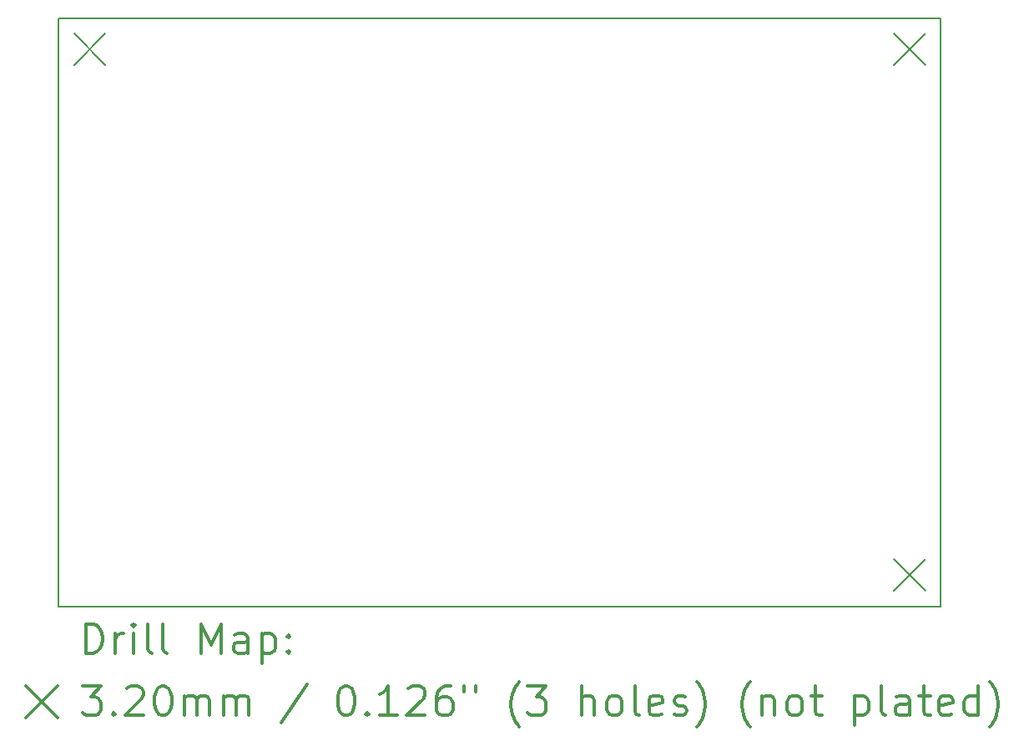
<source format=gbr>
%FSLAX45Y45*%
G04 Gerber Fmt 4.5, Leading zero omitted, Abs format (unit mm)*
G04 Created by KiCad (PCBNEW (5.0.2)-1) date 05/04/2019 16:19:02*
%MOMM*%
%LPD*%
G01*
G04 APERTURE LIST*
%ADD10C,0.200000*%
%ADD11C,0.300000*%
G04 APERTURE END LIST*
D10*
X14017752Y-6187948D02*
X14017752Y-12156948D01*
X22971252Y-6187948D02*
X14017752Y-6187948D01*
X22971252Y-12156948D02*
X22971252Y-6187948D01*
X14017752Y-12156948D02*
X22971252Y-12156948D01*
D10*
X22493752Y-11679448D02*
X22813752Y-11999448D01*
X22813752Y-11679448D02*
X22493752Y-11999448D01*
X22493752Y-6345448D02*
X22813752Y-6665448D01*
X22813752Y-6345448D02*
X22493752Y-6665448D01*
X14175252Y-6345448D02*
X14495252Y-6665448D01*
X14495252Y-6345448D02*
X14175252Y-6665448D01*
D11*
X14294180Y-12632662D02*
X14294180Y-12332662D01*
X14365609Y-12332662D01*
X14408466Y-12346948D01*
X14437038Y-12375519D01*
X14451323Y-12404091D01*
X14465609Y-12461234D01*
X14465609Y-12504091D01*
X14451323Y-12561234D01*
X14437038Y-12589805D01*
X14408466Y-12618377D01*
X14365609Y-12632662D01*
X14294180Y-12632662D01*
X14594180Y-12632662D02*
X14594180Y-12432662D01*
X14594180Y-12489805D02*
X14608466Y-12461234D01*
X14622752Y-12446948D01*
X14651323Y-12432662D01*
X14679895Y-12432662D01*
X14779895Y-12632662D02*
X14779895Y-12432662D01*
X14779895Y-12332662D02*
X14765609Y-12346948D01*
X14779895Y-12361234D01*
X14794180Y-12346948D01*
X14779895Y-12332662D01*
X14779895Y-12361234D01*
X14965609Y-12632662D02*
X14937038Y-12618377D01*
X14922752Y-12589805D01*
X14922752Y-12332662D01*
X15122752Y-12632662D02*
X15094180Y-12618377D01*
X15079895Y-12589805D01*
X15079895Y-12332662D01*
X15465609Y-12632662D02*
X15465609Y-12332662D01*
X15565609Y-12546948D01*
X15665609Y-12332662D01*
X15665609Y-12632662D01*
X15937038Y-12632662D02*
X15937038Y-12475519D01*
X15922752Y-12446948D01*
X15894180Y-12432662D01*
X15837038Y-12432662D01*
X15808466Y-12446948D01*
X15937038Y-12618377D02*
X15908466Y-12632662D01*
X15837038Y-12632662D01*
X15808466Y-12618377D01*
X15794180Y-12589805D01*
X15794180Y-12561234D01*
X15808466Y-12532662D01*
X15837038Y-12518377D01*
X15908466Y-12518377D01*
X15937038Y-12504091D01*
X16079895Y-12432662D02*
X16079895Y-12732662D01*
X16079895Y-12446948D02*
X16108466Y-12432662D01*
X16165609Y-12432662D01*
X16194180Y-12446948D01*
X16208466Y-12461234D01*
X16222752Y-12489805D01*
X16222752Y-12575519D01*
X16208466Y-12604091D01*
X16194180Y-12618377D01*
X16165609Y-12632662D01*
X16108466Y-12632662D01*
X16079895Y-12618377D01*
X16351323Y-12604091D02*
X16365609Y-12618377D01*
X16351323Y-12632662D01*
X16337038Y-12618377D01*
X16351323Y-12604091D01*
X16351323Y-12632662D01*
X16351323Y-12446948D02*
X16365609Y-12461234D01*
X16351323Y-12475519D01*
X16337038Y-12461234D01*
X16351323Y-12446948D01*
X16351323Y-12475519D01*
X13687752Y-12966948D02*
X14007752Y-13286948D01*
X14007752Y-12966948D02*
X13687752Y-13286948D01*
X14265609Y-12962662D02*
X14451323Y-12962662D01*
X14351323Y-13076948D01*
X14394180Y-13076948D01*
X14422752Y-13091234D01*
X14437038Y-13105519D01*
X14451323Y-13134091D01*
X14451323Y-13205519D01*
X14437038Y-13234091D01*
X14422752Y-13248377D01*
X14394180Y-13262662D01*
X14308466Y-13262662D01*
X14279895Y-13248377D01*
X14265609Y-13234091D01*
X14579895Y-13234091D02*
X14594180Y-13248377D01*
X14579895Y-13262662D01*
X14565609Y-13248377D01*
X14579895Y-13234091D01*
X14579895Y-13262662D01*
X14708466Y-12991234D02*
X14722752Y-12976948D01*
X14751323Y-12962662D01*
X14822752Y-12962662D01*
X14851323Y-12976948D01*
X14865609Y-12991234D01*
X14879895Y-13019805D01*
X14879895Y-13048377D01*
X14865609Y-13091234D01*
X14694180Y-13262662D01*
X14879895Y-13262662D01*
X15065609Y-12962662D02*
X15094180Y-12962662D01*
X15122752Y-12976948D01*
X15137038Y-12991234D01*
X15151323Y-13019805D01*
X15165609Y-13076948D01*
X15165609Y-13148377D01*
X15151323Y-13205519D01*
X15137038Y-13234091D01*
X15122752Y-13248377D01*
X15094180Y-13262662D01*
X15065609Y-13262662D01*
X15037038Y-13248377D01*
X15022752Y-13234091D01*
X15008466Y-13205519D01*
X14994180Y-13148377D01*
X14994180Y-13076948D01*
X15008466Y-13019805D01*
X15022752Y-12991234D01*
X15037038Y-12976948D01*
X15065609Y-12962662D01*
X15294180Y-13262662D02*
X15294180Y-13062662D01*
X15294180Y-13091234D02*
X15308466Y-13076948D01*
X15337038Y-13062662D01*
X15379895Y-13062662D01*
X15408466Y-13076948D01*
X15422752Y-13105519D01*
X15422752Y-13262662D01*
X15422752Y-13105519D02*
X15437038Y-13076948D01*
X15465609Y-13062662D01*
X15508466Y-13062662D01*
X15537038Y-13076948D01*
X15551323Y-13105519D01*
X15551323Y-13262662D01*
X15694180Y-13262662D02*
X15694180Y-13062662D01*
X15694180Y-13091234D02*
X15708466Y-13076948D01*
X15737038Y-13062662D01*
X15779895Y-13062662D01*
X15808466Y-13076948D01*
X15822752Y-13105519D01*
X15822752Y-13262662D01*
X15822752Y-13105519D02*
X15837038Y-13076948D01*
X15865609Y-13062662D01*
X15908466Y-13062662D01*
X15937038Y-13076948D01*
X15951323Y-13105519D01*
X15951323Y-13262662D01*
X16537038Y-12948377D02*
X16279895Y-13334091D01*
X16922752Y-12962662D02*
X16951323Y-12962662D01*
X16979895Y-12976948D01*
X16994180Y-12991234D01*
X17008466Y-13019805D01*
X17022752Y-13076948D01*
X17022752Y-13148377D01*
X17008466Y-13205519D01*
X16994180Y-13234091D01*
X16979895Y-13248377D01*
X16951323Y-13262662D01*
X16922752Y-13262662D01*
X16894180Y-13248377D01*
X16879895Y-13234091D01*
X16865609Y-13205519D01*
X16851323Y-13148377D01*
X16851323Y-13076948D01*
X16865609Y-13019805D01*
X16879895Y-12991234D01*
X16894180Y-12976948D01*
X16922752Y-12962662D01*
X17151323Y-13234091D02*
X17165609Y-13248377D01*
X17151323Y-13262662D01*
X17137038Y-13248377D01*
X17151323Y-13234091D01*
X17151323Y-13262662D01*
X17451323Y-13262662D02*
X17279895Y-13262662D01*
X17365609Y-13262662D02*
X17365609Y-12962662D01*
X17337038Y-13005519D01*
X17308466Y-13034091D01*
X17279895Y-13048377D01*
X17565609Y-12991234D02*
X17579895Y-12976948D01*
X17608466Y-12962662D01*
X17679895Y-12962662D01*
X17708466Y-12976948D01*
X17722752Y-12991234D01*
X17737038Y-13019805D01*
X17737038Y-13048377D01*
X17722752Y-13091234D01*
X17551323Y-13262662D01*
X17737038Y-13262662D01*
X17994180Y-12962662D02*
X17937038Y-12962662D01*
X17908466Y-12976948D01*
X17894180Y-12991234D01*
X17865609Y-13034091D01*
X17851323Y-13091234D01*
X17851323Y-13205519D01*
X17865609Y-13234091D01*
X17879895Y-13248377D01*
X17908466Y-13262662D01*
X17965609Y-13262662D01*
X17994180Y-13248377D01*
X18008466Y-13234091D01*
X18022752Y-13205519D01*
X18022752Y-13134091D01*
X18008466Y-13105519D01*
X17994180Y-13091234D01*
X17965609Y-13076948D01*
X17908466Y-13076948D01*
X17879895Y-13091234D01*
X17865609Y-13105519D01*
X17851323Y-13134091D01*
X18137038Y-12962662D02*
X18137038Y-13019805D01*
X18251323Y-12962662D02*
X18251323Y-13019805D01*
X18694180Y-13376948D02*
X18679895Y-13362662D01*
X18651323Y-13319805D01*
X18637038Y-13291234D01*
X18622752Y-13248377D01*
X18608466Y-13176948D01*
X18608466Y-13119805D01*
X18622752Y-13048377D01*
X18637038Y-13005519D01*
X18651323Y-12976948D01*
X18679895Y-12934091D01*
X18694180Y-12919805D01*
X18779895Y-12962662D02*
X18965609Y-12962662D01*
X18865609Y-13076948D01*
X18908466Y-13076948D01*
X18937038Y-13091234D01*
X18951323Y-13105519D01*
X18965609Y-13134091D01*
X18965609Y-13205519D01*
X18951323Y-13234091D01*
X18937038Y-13248377D01*
X18908466Y-13262662D01*
X18822752Y-13262662D01*
X18794180Y-13248377D01*
X18779895Y-13234091D01*
X19322752Y-13262662D02*
X19322752Y-12962662D01*
X19451323Y-13262662D02*
X19451323Y-13105519D01*
X19437038Y-13076948D01*
X19408466Y-13062662D01*
X19365609Y-13062662D01*
X19337038Y-13076948D01*
X19322752Y-13091234D01*
X19637038Y-13262662D02*
X19608466Y-13248377D01*
X19594180Y-13234091D01*
X19579895Y-13205519D01*
X19579895Y-13119805D01*
X19594180Y-13091234D01*
X19608466Y-13076948D01*
X19637038Y-13062662D01*
X19679895Y-13062662D01*
X19708466Y-13076948D01*
X19722752Y-13091234D01*
X19737038Y-13119805D01*
X19737038Y-13205519D01*
X19722752Y-13234091D01*
X19708466Y-13248377D01*
X19679895Y-13262662D01*
X19637038Y-13262662D01*
X19908466Y-13262662D02*
X19879895Y-13248377D01*
X19865609Y-13219805D01*
X19865609Y-12962662D01*
X20137038Y-13248377D02*
X20108466Y-13262662D01*
X20051323Y-13262662D01*
X20022752Y-13248377D01*
X20008466Y-13219805D01*
X20008466Y-13105519D01*
X20022752Y-13076948D01*
X20051323Y-13062662D01*
X20108466Y-13062662D01*
X20137038Y-13076948D01*
X20151323Y-13105519D01*
X20151323Y-13134091D01*
X20008466Y-13162662D01*
X20265609Y-13248377D02*
X20294180Y-13262662D01*
X20351323Y-13262662D01*
X20379895Y-13248377D01*
X20394180Y-13219805D01*
X20394180Y-13205519D01*
X20379895Y-13176948D01*
X20351323Y-13162662D01*
X20308466Y-13162662D01*
X20279895Y-13148377D01*
X20265609Y-13119805D01*
X20265609Y-13105519D01*
X20279895Y-13076948D01*
X20308466Y-13062662D01*
X20351323Y-13062662D01*
X20379895Y-13076948D01*
X20494180Y-13376948D02*
X20508466Y-13362662D01*
X20537038Y-13319805D01*
X20551323Y-13291234D01*
X20565609Y-13248377D01*
X20579895Y-13176948D01*
X20579895Y-13119805D01*
X20565609Y-13048377D01*
X20551323Y-13005519D01*
X20537038Y-12976948D01*
X20508466Y-12934091D01*
X20494180Y-12919805D01*
X21037038Y-13376948D02*
X21022752Y-13362662D01*
X20994180Y-13319805D01*
X20979895Y-13291234D01*
X20965609Y-13248377D01*
X20951323Y-13176948D01*
X20951323Y-13119805D01*
X20965609Y-13048377D01*
X20979895Y-13005519D01*
X20994180Y-12976948D01*
X21022752Y-12934091D01*
X21037038Y-12919805D01*
X21151323Y-13062662D02*
X21151323Y-13262662D01*
X21151323Y-13091234D02*
X21165609Y-13076948D01*
X21194180Y-13062662D01*
X21237038Y-13062662D01*
X21265609Y-13076948D01*
X21279895Y-13105519D01*
X21279895Y-13262662D01*
X21465609Y-13262662D02*
X21437038Y-13248377D01*
X21422752Y-13234091D01*
X21408466Y-13205519D01*
X21408466Y-13119805D01*
X21422752Y-13091234D01*
X21437038Y-13076948D01*
X21465609Y-13062662D01*
X21508466Y-13062662D01*
X21537038Y-13076948D01*
X21551323Y-13091234D01*
X21565609Y-13119805D01*
X21565609Y-13205519D01*
X21551323Y-13234091D01*
X21537038Y-13248377D01*
X21508466Y-13262662D01*
X21465609Y-13262662D01*
X21651323Y-13062662D02*
X21765609Y-13062662D01*
X21694180Y-12962662D02*
X21694180Y-13219805D01*
X21708466Y-13248377D01*
X21737038Y-13262662D01*
X21765609Y-13262662D01*
X22094180Y-13062662D02*
X22094180Y-13362662D01*
X22094180Y-13076948D02*
X22122752Y-13062662D01*
X22179895Y-13062662D01*
X22208466Y-13076948D01*
X22222752Y-13091234D01*
X22237038Y-13119805D01*
X22237038Y-13205519D01*
X22222752Y-13234091D01*
X22208466Y-13248377D01*
X22179895Y-13262662D01*
X22122752Y-13262662D01*
X22094180Y-13248377D01*
X22408466Y-13262662D02*
X22379895Y-13248377D01*
X22365609Y-13219805D01*
X22365609Y-12962662D01*
X22651323Y-13262662D02*
X22651323Y-13105519D01*
X22637038Y-13076948D01*
X22608466Y-13062662D01*
X22551323Y-13062662D01*
X22522752Y-13076948D01*
X22651323Y-13248377D02*
X22622752Y-13262662D01*
X22551323Y-13262662D01*
X22522752Y-13248377D01*
X22508466Y-13219805D01*
X22508466Y-13191234D01*
X22522752Y-13162662D01*
X22551323Y-13148377D01*
X22622752Y-13148377D01*
X22651323Y-13134091D01*
X22751323Y-13062662D02*
X22865609Y-13062662D01*
X22794180Y-12962662D02*
X22794180Y-13219805D01*
X22808466Y-13248377D01*
X22837038Y-13262662D01*
X22865609Y-13262662D01*
X23079895Y-13248377D02*
X23051323Y-13262662D01*
X22994180Y-13262662D01*
X22965609Y-13248377D01*
X22951323Y-13219805D01*
X22951323Y-13105519D01*
X22965609Y-13076948D01*
X22994180Y-13062662D01*
X23051323Y-13062662D01*
X23079895Y-13076948D01*
X23094180Y-13105519D01*
X23094180Y-13134091D01*
X22951323Y-13162662D01*
X23351323Y-13262662D02*
X23351323Y-12962662D01*
X23351323Y-13248377D02*
X23322752Y-13262662D01*
X23265609Y-13262662D01*
X23237038Y-13248377D01*
X23222752Y-13234091D01*
X23208466Y-13205519D01*
X23208466Y-13119805D01*
X23222752Y-13091234D01*
X23237038Y-13076948D01*
X23265609Y-13062662D01*
X23322752Y-13062662D01*
X23351323Y-13076948D01*
X23465609Y-13376948D02*
X23479895Y-13362662D01*
X23508466Y-13319805D01*
X23522752Y-13291234D01*
X23537038Y-13248377D01*
X23551323Y-13176948D01*
X23551323Y-13119805D01*
X23537038Y-13048377D01*
X23522752Y-13005519D01*
X23508466Y-12976948D01*
X23479895Y-12934091D01*
X23465609Y-12919805D01*
M02*

</source>
